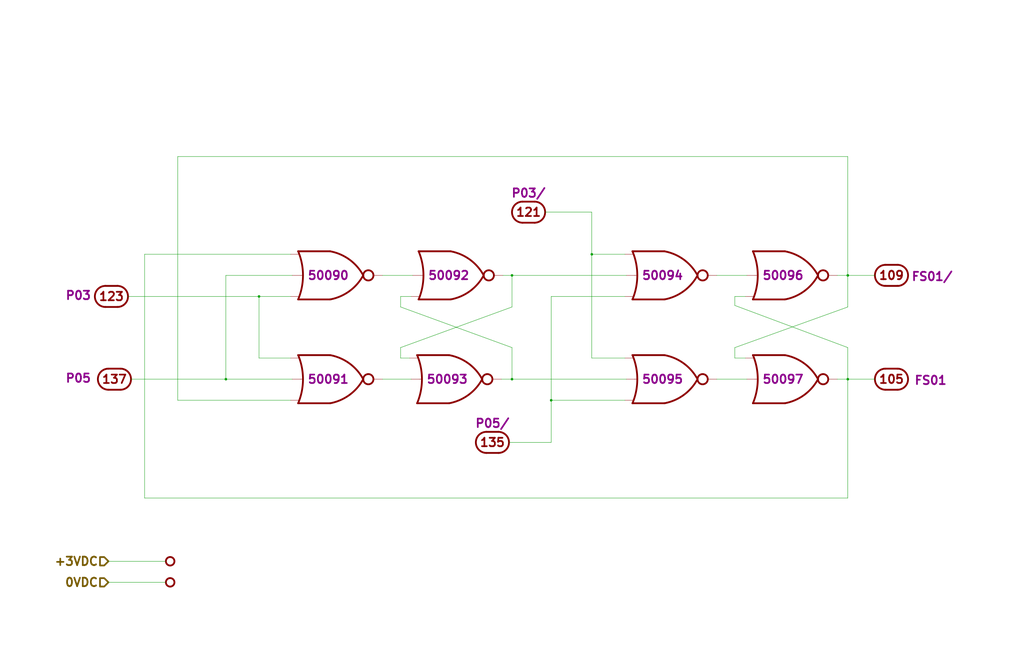
<source format=kicad_sch>
(kicad_sch (version 20211123) (generator eeschema)
  (paper "B")
  (title_block (title "BLOCK I LOGIC FLOW N, MODULE A28, DRAWING 1006552") (date "2018-11-23") (rev "Draft") (comment 1 "Modules A28"))
  (junction (at 215.9 160.02))
  (junction (at 357.505 116.205))
  (junction (at 357.505 160.02))
  (junction (at 215.9 116.205))
  (junction (at 249.555 107.315))
  (junction (at 95.25 160.02))
  (junction (at 109.22 125.095))
  (junction (at 232.41 168.91))
  (wire (pts (xy 357.505 129.54) (xy 309.88 146.685)))
  (wire (pts (xy 45.72 245.745) (xy 69.85 245.745)))
  (wire (pts (xy 74.93 66.04) (xy 74.93 168.91)))
  (wire (pts (xy 353.06 116.205) (xy 357.505 116.205)))
  (wire (pts (xy 161.29 160.02) (xy 173.355 160.02)))
  (wire (pts (xy 302.26 160.02) (xy 314.96 160.02)))
  (wire (pts (xy 215.9 116.205) (xy 215.9 129.54)))
  (wire (pts (xy 263.525 125.095) (xy 232.41 125.095)))
  (wire (pts (xy 60.96 210.185) (xy 357.505 210.185)))
  (wire (pts (xy 357.505 116.205) (xy 368.935 116.205)))
  (wire (pts (xy 122.555 125.095) (xy 109.22 125.095)))
  (wire (pts (xy 215.9 146.685) (xy 215.9 160.02)))
  (wire (pts (xy 161.29 116.205) (xy 173.99 116.205)))
  (wire (pts (xy 215.9 146.685) (xy 168.91 129.54)))
  (wire (pts (xy 263.525 107.315) (xy 249.555 107.315)))
  (wire (pts (xy 168.91 125.095) (xy 173.355 125.095)))
  (wire (pts (xy 215.9 129.54) (xy 168.91 146.685)))
  (wire (pts (xy 123.19 160.02) (xy 95.25 160.02)))
  (wire (pts (xy 309.88 151.13) (xy 314.325 151.13)))
  (wire (pts (xy 309.88 125.095) (xy 309.88 128.905)))
  (wire (pts (xy 263.525 168.91) (xy 232.41 168.91)))
  (wire (pts (xy 109.22 151.13) (xy 122.555 151.13)))
  (wire (pts (xy 249.555 107.315) (xy 249.555 151.13)))
  (wire (pts (xy 168.91 151.13) (xy 172.72 151.13)))
  (wire (pts (xy 357.505 210.185) (xy 357.505 160.02)))
  (wire (pts (xy 168.91 129.54) (xy 168.91 125.095)))
  (wire (pts (xy 168.91 146.685) (xy 168.91 151.13)))
  (wire (pts (xy 215.9 160.02) (xy 264.16 160.02)))
  (wire (pts (xy 74.93 168.91) (xy 122.555 168.91)))
  (wire (pts (xy 309.88 146.685) (xy 309.88 151.13)))
  (wire (pts (xy 357.505 66.04) (xy 74.93 66.04)))
  (wire (pts (xy 314.325 125.095) (xy 309.88 125.095)))
  (wire (pts (xy 211.455 160.02) (xy 215.9 160.02)))
  (wire (pts (xy 309.88 128.905) (xy 357.505 146.685)))
  (wire (pts (xy 95.25 116.205) (xy 95.25 160.02)))
  (wire (pts (xy 249.555 151.13) (xy 263.525 151.13)))
  (wire (pts (xy 357.505 146.685) (xy 357.505 160.02)))
  (wire (pts (xy 215.9 116.205) (xy 264.16 116.205)))
  (wire (pts (xy 232.41 186.69) (xy 214.63 186.69)))
  (wire (pts (xy 357.505 116.205) (xy 357.505 129.54)))
  (wire (pts (xy 60.96 107.315) (xy 60.96 210.185)))
  (wire (pts (xy 109.22 125.095) (xy 109.22 151.13)))
  (wire (pts (xy 212.09 116.205) (xy 215.9 116.205)))
  (wire (pts (xy 109.22 125.095) (xy 53.975 125.095)))
  (wire (pts (xy 353.06 160.02) (xy 357.505 160.02)))
  (wire (pts (xy 95.25 160.02) (xy 55.245 160.02)))
  (wire (pts (xy 232.41 168.91) (xy 232.41 186.69)))
  (wire (pts (xy 232.41 125.095) (xy 232.41 168.91)))
  (wire (pts (xy 249.555 89.535) (xy 229.87 89.535)))
  (wire (pts (xy 357.505 160.02) (xy 368.935 160.02)))
  (wire (pts (xy 302.26 116.205) (xy 314.96 116.205)))
  (wire (pts (xy 45.72 236.855) (xy 69.85 236.855)))
  (wire (pts (xy 122.555 107.315) (xy 60.96 107.315)))
  (wire (pts (xy 123.19 116.205) (xy 95.25 116.205)))
  (wire (pts (xy 357.505 116.205) (xy 357.505 66.04)))
  (wire (pts (xy 249.555 107.315) (xy 249.555 89.535)))
  (hierarchical_label "0VDC" (shape input) (at 45.72 245.745 180) (effects (font (size 3.556 3.556) (thickness 0.7112) bold)))
  (hierarchical_label "+3VDC" (shape input) (at 45.72 236.855 180) (effects (font (size 3.556 3.556) (thickness 0.7112) bold)))
  (symbol (lib_id "AGC_DSKY:ConnectorGeneric") (at 375.92 160.02 180) (unit 105)
    (property "Reference" "J1" (effects hide))
    (property "Value" "ConnectorGeneric" (effects hide))
    (property "Caption" "FS01" (at 392.43 158.115 0) (effects (font (size 3.556 3.556) bold) (justify bottom)))
  )
  (symbol (lib_id "AGC_DSKY:ConnectorGeneric") (at 222.885 89.535 0) (unit 121)
    (property "Reference" "J1" (effects hide))
    (property "Value" "ConnectorGeneric" (effects hide))
    (property "Caption" "P03/" (at 222.885 83.82 0) (effects (font (size 3.556 3.556) bold) (justify bottom)))
  )
  (symbol (lib_id "AGC_DSKY:ConnectorGeneric") (at 48.26 160.02 0) (unit 137)
    (property "Reference" "J1" (effects hide))
    (property "Value" "ConnectorGeneric" (effects hide))
    (property "Caption" "P05" (at 33.02 161.925 0) (effects (font (size 3.556 3.556) bold) (justify bottom)))
  )
  (symbol (lib_id "AGC_DSKY:ConnectorGeneric") (at 46.99 125.095 0) (unit 123)
    (property "Reference" "J1" (effects hide))
    (property "Value" "ConnectorGeneric" (effects hide))
    (property "Caption" "P03" (at 33.02 127 0) (effects (font (size 3.556 3.556) bold) (justify bottom)))
  )
  (symbol (lib_id "AGC_DSKY:ConnectorGeneric") (at 207.645 186.69 0) (unit 135)
    (property "Reference" "J1" (effects hide))
    (property "Value" "ConnectorGeneric" (effects hide))
    (property "Caption" "P05/" (at 207.645 180.975 0) (effects (font (size 3.556 3.556) bold) (justify bottom)))
  )
  (symbol (lib_id "D3NOR-+3VDC-0VDC-nd1021041:D3NOR-+3VDC-0VDC-nd1021041-135-___") (at 138.43 160.02 0) (unit 1)
    (property "Reference" "U202" (effects hide))
    (property "Value" "D3NOR-+3VDC-0VDC-nd1021041-135-___" (effects hide))
    (property "Location" "50091" (at 138.43 160.02 0) (effects (font (size 3.556 3.556) bold)))
  )
  (symbol (lib_id "D3NOR-+3VDC-0VDC-nd1021041:D3NOR-+3VDC-0VDC-nd1021041-135-___") (at 279.4 160.02 0) (unit 1)
    (property "Reference" "U206" (effects hide))
    (property "Value" "D3NOR-+3VDC-0VDC-nd1021041-135-___" (effects hide))
    (property "Location" "50095" (at 279.4 160.02 0) (effects (font (size 3.556 3.556) bold)))
  )
  (symbol (lib_id "D3NOR-+3VDC-0VDC-nd1021041:D3NOR-+3VDC-0VDC-nd1021041-135-___") (at 279.4 116.205 0) (unit 1)
    (property "Reference" "U205" (effects hide))
    (property "Value" "D3NOR-+3VDC-0VDC-nd1021041-135-___" (effects hide))
    (property "Location" "50094" (at 279.4 116.205 0) (effects (font (size 3.556 3.556) bold)))
  )
  (symbol (lib_id "D3NOR-+3VDC-0VDC-nd1021041:D3NOR-+3VDC-0VDC-nd1021041-13_-___") (at 330.2 160.02 0) (unit 1)
    (property "Reference" "U208" (effects hide))
    (property "Value" "D3NOR-+3VDC-0VDC-nd1021041-13_-___" (effects hide))
    (property "Location" "50097" (at 330.2 160.02 0) (effects (font (size 3.556 3.556) bold)))
  )
  (symbol (lib_id "D3NOR-+3VDC-0VDC-nd1021041:D3NOR-+3VDC-0VDC-nd1021041-53_-___") (at 330.2 116.205 0) (mirror x) (unit 1)
    (property "Reference" "U207" (effects hide))
    (property "Value" "D3NOR-+3VDC-0VDC-nd1021041-53_-___" (effects hide))
    (property "Location" "50096" (at 330.2 116.205 0) (effects (font (size 3.556 3.556) bold)))
  )
  (symbol (lib_id "AGC_DSKY:ConnectorGeneric") (at 375.92 116.205 180) (unit 109)
    (property "Reference" "J1" (effects hide))
    (property "Value" "ConnectorGeneric" (effects hide))
    (property "Caption" "FS01/" (at 393.065 114.3 0) (effects (font (size 3.556 3.556) bold) (justify bottom)))
  )
  (symbol (lib_id "D3NOR-+3VDC-0VDC-nd1021041:D3NOR-+3VDC-0VDC-nd1021041-135-___") (at 138.43 116.205 0) (unit 1)
    (property "Reference" "U201" (effects hide))
    (property "Value" "D3NOR-+3VDC-0VDC-nd1021041-135-___" (effects hide))
    (property "Location" "50090" (at 138.43 116.205 0) (effects (font (size 3.556 3.556) bold)))
  )
  (symbol (lib_id "D3NOR-+3VDC-0VDC-nd1021041:D3NOR-+3VDC-0VDC-nd1021041-13_-___") (at 188.595 160.02 0) (unit 1)
    (property "Reference" "U203" (effects hide))
    (property "Value" "D3NOR-+3VDC-0VDC-nd1021041-13_-___" (effects hide))
    (property "Location" "50093" (at 188.595 160.02 0) (effects (font (size 3.556 3.556) bold)))
  )
  (symbol (lib_id "D3NOR-+3VDC-0VDC-nd1021041:D3NOR-+3VDC-0VDC-nd1021041-53_-___") (at 189.23 116.205 0) (mirror x) (unit 1)
    (property "Reference" "U204" (effects hide))
    (property "Value" "D3NOR-+3VDC-0VDC-nd1021041-53_-___" (effects hide))
    (property "Location" "50092" (at 189.23 116.205 0) (effects (font (size 3.556 3.556) bold)))
  )
  (symbol (lib_id "AGC_DSKY:Node2") (at 71.755 236.855 180)
    (property "Reference" "N201" (effects hide))
    (property "Value" "Node2" (effects hide))
    (property "Caption" "+3VDC" (effects hide))
  )
  (symbol (lib_id "AGC_DSKY:Node2") (at 71.755 245.745 180)
    (property "Reference" "N202" (effects hide))
    (property "Value" "Node2" (effects hide))
    (property "Caption" "0VDC" (effects hide))
  )
)
</source>
